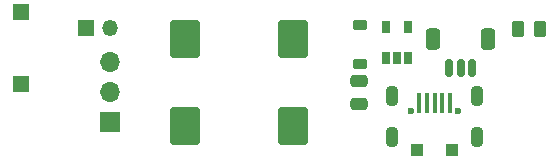
<source format=gbr>
%TF.GenerationSoftware,KiCad,Pcbnew,7.0.10*%
%TF.CreationDate,2024-01-18T13:13:05+11:00*%
%TF.ProjectId,cptibp8-pcb,63707469-6270-4382-9d70-63622e6b6963,rev?*%
%TF.SameCoordinates,Original*%
%TF.FileFunction,Soldermask,Top*%
%TF.FilePolarity,Negative*%
%FSLAX46Y46*%
G04 Gerber Fmt 4.6, Leading zero omitted, Abs format (unit mm)*
G04 Created by KiCad (PCBNEW 7.0.10) date 2024-01-18 13:13:05*
%MOMM*%
%LPD*%
G01*
G04 APERTURE LIST*
G04 Aperture macros list*
%AMRoundRect*
0 Rectangle with rounded corners*
0 $1 Rounding radius*
0 $2 $3 $4 $5 $6 $7 $8 $9 X,Y pos of 4 corners*
0 Add a 4 corners polygon primitive as box body*
4,1,4,$2,$3,$4,$5,$6,$7,$8,$9,$2,$3,0*
0 Add four circle primitives for the rounded corners*
1,1,$1+$1,$2,$3*
1,1,$1+$1,$4,$5*
1,1,$1+$1,$6,$7*
1,1,$1+$1,$8,$9*
0 Add four rect primitives between the rounded corners*
20,1,$1+$1,$2,$3,$4,$5,0*
20,1,$1+$1,$4,$5,$6,$7,0*
20,1,$1+$1,$6,$7,$8,$9,0*
20,1,$1+$1,$8,$9,$2,$3,0*%
G04 Aperture macros list end*
%ADD10R,1.350000X1.350000*%
%ADD11O,1.350000X1.350000*%
%ADD12RoundRect,0.050000X0.250000X-0.500000X0.250000X0.500000X-0.250000X0.500000X-0.250000X-0.500000X0*%
%ADD13RoundRect,0.250000X-1.000000X1.350000X-1.000000X-1.350000X1.000000X-1.350000X1.000000X1.350000X0*%
%ADD14R,1.700000X1.700000*%
%ADD15O,1.700000X1.700000*%
%ADD16RoundRect,0.250000X-0.262500X-0.450000X0.262500X-0.450000X0.262500X0.450000X-0.262500X0.450000X0*%
%ADD17RoundRect,0.225000X-0.375000X0.225000X-0.375000X-0.225000X0.375000X-0.225000X0.375000X0.225000X0*%
%ADD18RoundRect,0.250000X-0.475000X0.250000X-0.475000X-0.250000X0.475000X-0.250000X0.475000X0.250000X0*%
%ADD19RoundRect,0.150000X-0.150000X-0.625000X0.150000X-0.625000X0.150000X0.625000X-0.150000X0.625000X0*%
%ADD20RoundRect,0.250000X-0.350000X-0.650000X0.350000X-0.650000X0.350000X0.650000X-0.350000X0.650000X0*%
%ADD21C,0.600000*%
%ADD22R,0.400000X1.800000*%
%ADD23O,1.100000X1.800000*%
%ADD24R,1.100000X1.000000*%
G04 APERTURE END LIST*
D10*
%TO.C,J1*%
X5000000Y-36800000D03*
%TD*%
%TO.C,J2*%
X10500000Y-32100000D03*
D11*
X12500000Y-32100000D03*
%TD*%
D12*
%TO.C,U2*%
X35850000Y-34600000D03*
X36800000Y-34600000D03*
X37750000Y-34600000D03*
X37750000Y-32000000D03*
X35850000Y-32000000D03*
%TD*%
D13*
%TO.C,C8*%
X18900000Y-33000000D03*
X18900000Y-40400000D03*
%TD*%
D14*
%TO.C,J4*%
X12500000Y-40080000D03*
D15*
X12500000Y-37540000D03*
X12500000Y-35000000D03*
%TD*%
D16*
%TO.C,R9*%
X47075000Y-32150000D03*
X48900000Y-32150000D03*
%TD*%
D17*
%TO.C,D5*%
X33700000Y-31850000D03*
X33700000Y-35150000D03*
%TD*%
D18*
%TO.C,C9*%
X33600000Y-36600000D03*
X33600000Y-38500000D03*
%TD*%
D10*
%TO.C,J5*%
X5000000Y-30700000D03*
%TD*%
D19*
%TO.C,BT1*%
X41200000Y-35500000D03*
X42200000Y-35500000D03*
X43200000Y-35500000D03*
D20*
X39900000Y-32975000D03*
X44500000Y-32975000D03*
%TD*%
D13*
%TO.C,C10*%
X28000000Y-33000000D03*
X28000000Y-40400000D03*
%TD*%
D21*
%TO.C,J3*%
X38000000Y-39137500D03*
X42000000Y-39137500D03*
D22*
X38700000Y-38427500D03*
X39350000Y-38427500D03*
X39992222Y-38427500D03*
X40650000Y-38427500D03*
X41300000Y-38427500D03*
D23*
X36425000Y-37817500D03*
X36425000Y-41287500D03*
D24*
X38500000Y-42437500D03*
X41500000Y-42437500D03*
D23*
X43575000Y-37817500D03*
X43575000Y-41287500D03*
%TD*%
M02*

</source>
